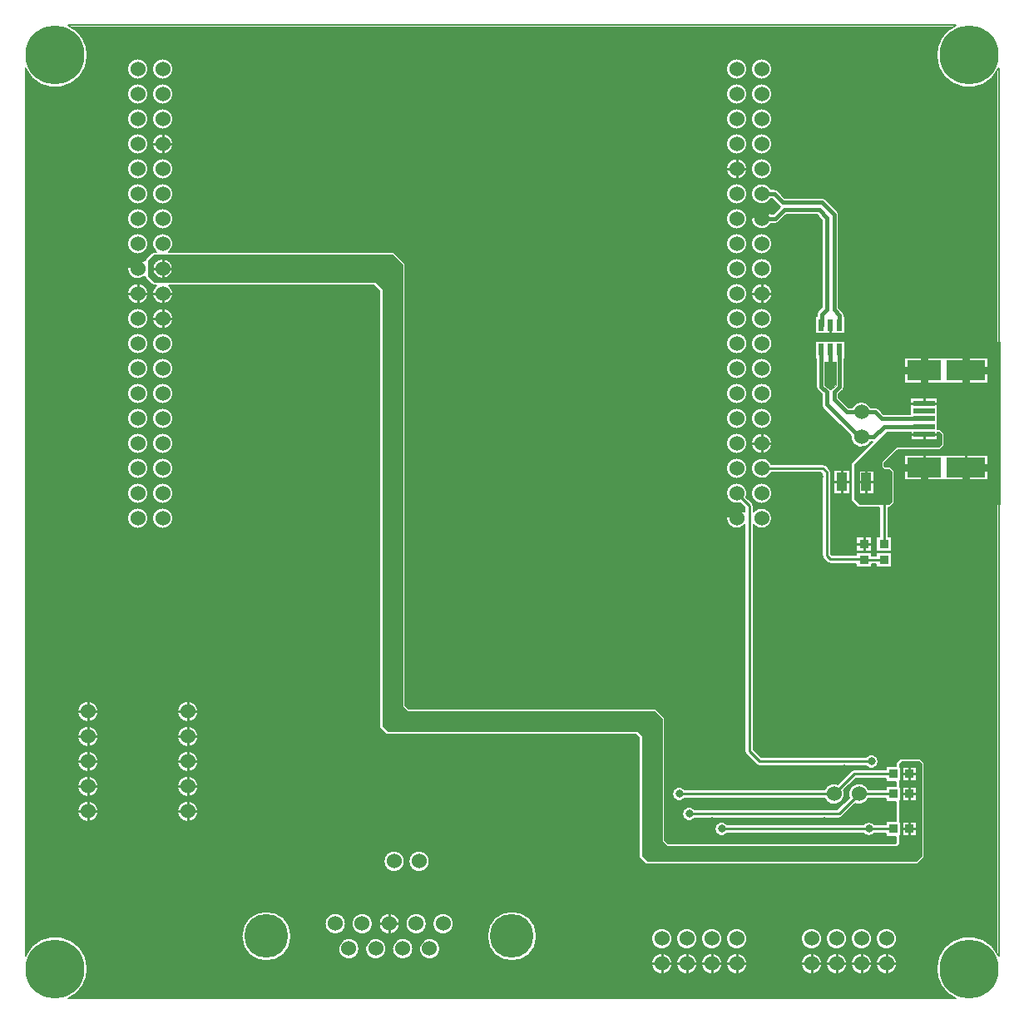
<source format=gtl>
G04 EasyPC Gerber Version 21.0.3 Build 4286 *
%FSLAX35Y35*%
%MOIN*%
%ADD79R,0.02362X0.04724*%
%ADD85R,0.03543X0.03740*%
%ADD83R,0.04134X0.07480*%
%ADD19C,0.00001*%
%ADD10C,0.00800*%
%ADD71C,0.01000*%
%ADD16C,0.01500*%
%ADD76C,0.03000*%
%ADD86C,0.03200*%
%ADD13C,0.06000*%
%ADD84C,0.17500*%
%ADD77C,0.23622*%
%ADD80R,0.08858X0.01969*%
%ADD78R,0.03740X0.03543*%
%ADD81R,0.13780X0.08071*%
%ADD82R,0.15748X0.08071*%
X0Y0D02*
D02*
D10*
X395400Y395627D02*
G75*
G02X370460Y400821I-11930J5194D01*
G01*
G75*
G02X378277Y412750I13011*
G01*
X22523*
G75*
G02X30340Y400821I-5194J-11930*
G01*
G75*
G02X5400Y395627I-13011*
G01*
Y39873*
G75*
G02X30340Y34679I11930J-5194*
G01*
G75*
G02X22523Y22750I-13011*
G01*
X378277*
G75*
G02X370460Y34679I5194J11930*
G01*
G75*
G02X395400Y39873I13011*
G01*
Y395627*
X50400Y219450D02*
G75*
G02X54600Y215250J-4200D01*
G01*
G75*
G02X50400Y211050I-4200*
G01*
G75*
G02X46200Y215250J4200*
G01*
G75*
G02X50400Y219450I4200*
G01*
Y229450D02*
G75*
G02X54600Y225250J-4200D01*
G01*
G75*
G02X50400Y221050I-4200*
G01*
G75*
G02X46200Y225250J4200*
G01*
G75*
G02X50400Y229450I4200*
G01*
Y239450D02*
G75*
G02X54600Y235250J-4200D01*
G01*
G75*
G02X50400Y231050I-4200*
G01*
G75*
G02X46200Y235250J4200*
G01*
G75*
G02X50400Y239450I4200*
G01*
Y249450D02*
G75*
G02X54600Y245250J-4200D01*
G01*
G75*
G02X50400Y241050I-4200*
G01*
G75*
G02X46200Y245250J4200*
G01*
G75*
G02X50400Y249450I4200*
G01*
Y259450D02*
G75*
G02X54600Y255250J-4200D01*
G01*
G75*
G02X50400Y251050I-4200*
G01*
G75*
G02X46200Y255250J4200*
G01*
G75*
G02X50400Y259450I4200*
G01*
Y269450D02*
G75*
G02X54600Y265250J-4200D01*
G01*
G75*
G02X50400Y261050I-4200*
G01*
G75*
G02X46200Y265250J4200*
G01*
G75*
G02X50400Y269450I4200*
G01*
Y279450D02*
G75*
G02X54600Y275250J-4200D01*
G01*
G75*
G02X50400Y271050I-4200*
G01*
G75*
G02X46200Y275250J4200*
G01*
G75*
G02X50400Y279450I4200*
G01*
Y289450D02*
G75*
G02X54600Y285250J-4200D01*
G01*
G75*
G02X50400Y281050I-4200*
G01*
G75*
G02X46200Y285250J4200*
G01*
G75*
G02X50400Y289450I4200*
G01*
Y299450D02*
G75*
G02X54600Y295250J-4200D01*
G01*
G75*
G02X50400Y291050I-4200*
G01*
G75*
G02X46200Y295250J4200*
G01*
G75*
G02X50400Y299450I4200*
G01*
Y309450D02*
G75*
G02X54600Y305250J-4200D01*
G01*
G75*
G02X50400Y301050I-4200*
G01*
G75*
G02X46200Y305250J4200*
G01*
G75*
G02X50400Y309450I4200*
G01*
X365248Y117600D02*
G75*
G02X365600Y116750I-848J-850D01*
G01*
Y79750*
G75*
G02X365248Y78900I-1200*
G01*
X363250Y76902*
G75*
G02X362400Y76550I-850J848*
G01*
X254400*
G75*
G02X253550Y76902J1200*
G01*
X251552Y78900*
G75*
G02X251200Y79750I848J850*
G01*
Y127253*
X249903Y128550*
X150400*
G75*
G02X149550Y128902J1200*
G01*
X147552Y130900*
G75*
G02X147200Y131750I848J850*
G01*
Y306253*
X144903Y308550*
X62998*
G75*
G02X60400Y301050I-2598J-3300*
G01*
G75*
G02X57802Y308550J4200*
G01*
X56900*
G75*
G02X56050Y308902J1200*
G01*
X53552Y311400*
G75*
G02X53207Y312125I848J849*
G01*
G75*
G02X46200Y315250I-2807J3125*
G01*
G75*
G02X53207Y318375I4200J0*
G01*
G75*
G02X53552Y319100I1193J-124*
G01*
X56050Y321598*
G75*
G02X56900Y321950I850J-848*
G01*
X57802*
G75*
G02X60400Y329450I2598J3300*
G01*
G75*
G02X62998Y321950J-4200*
G01*
X152400*
G75*
G02X153250Y321598J-1200*
G01*
X157248Y317600*
G75*
G02X157600Y316750I-848J-850*
G01*
Y140247*
X158897Y138950*
X257400*
G75*
G02X258250Y138598J-1200*
G01*
X261248Y135600*
G75*
G02X261600Y134750I-848J-850*
G01*
Y86247*
X262897Y84950*
X353903*
X354200Y85247*
Y87679*
X350278*
Y89050*
X345625*
G75*
G02X341175I-2225J1700*
G01*
X286625*
G75*
G02X281600Y90750I-2225J1700*
G01*
G75*
G02X286625Y92450I2800*
G01*
X341175*
G75*
G02X345625I2225J-1700*
G01*
X350278*
Y93821*
X354200*
Y101679*
X350278*
Y103050*
X343241*
G75*
G02X337886Y100832I-3841J1700*
G01*
X332602Y95548*
G75*
G02X331398Y95050I-1202J1202*
G01*
X273625*
G75*
G02X268600Y96750I-2225J1700*
G01*
G75*
G02X273625Y98450I2800*
G01*
X330696*
X335482Y103236*
G75*
G02X343241Y106450I3918J1514*
G01*
X350278*
Y107821*
X354200*
Y109679*
X350278*
Y111050*
X338104*
X333318Y106264*
G75*
G02X325559Y103050I-3918J-1514*
G01*
X269625*
G75*
G02X264600Y104750I-2225J1700*
G01*
G75*
G02X269625Y106450I2800*
G01*
X325559*
G75*
G02X330914Y108668I3841J-1700*
G01*
X336198Y113952*
G75*
G02X337402Y114450I1202J-1202*
G01*
X350278*
Y115821*
X354200*
Y116750*
G75*
G02X354552Y117600I1200*
G01*
X355550Y118598*
G75*
G02X356400Y118950I850J-848*
G01*
X363400*
G75*
G02X364250Y118598J-1200*
G01*
X365248Y117600*
X256200Y36750D02*
G75*
G02X264600I4200D01*
G01*
G75*
G02X256200I-4200*
G01*
Y46750D02*
G75*
G02X264600I4200D01*
G01*
G75*
G02X256200I-4200*
G01*
X266200Y36750D02*
G75*
G02X274600I4200D01*
G01*
G75*
G02X266200I-4200*
G01*
Y46750D02*
G75*
G02X274600I4200D01*
G01*
G75*
G02X266200I-4200*
G01*
X276200Y36750D02*
G75*
G02X284600I4200D01*
G01*
G75*
G02X276200I-4200*
G01*
Y46750D02*
G75*
G02X284600I4200D01*
G01*
G75*
G02X276200I-4200*
G01*
X286200Y36750D02*
G75*
G02X294600I4200D01*
G01*
G75*
G02X286200I-4200*
G01*
Y46750D02*
G75*
G02X294600I4200D01*
G01*
G75*
G02X286200I-4200*
G01*
X316200Y36750D02*
G75*
G02X324600I4200D01*
G01*
G75*
G02X316200I-4200*
G01*
Y46750D02*
G75*
G02X324600I4200D01*
G01*
G75*
G02X316200I-4200*
G01*
X326200Y36750D02*
G75*
G02X334600I4200D01*
G01*
G75*
G02X326200I-4200*
G01*
Y46750D02*
G75*
G02X334600I4200D01*
G01*
G75*
G02X326200I-4200*
G01*
X336200Y36750D02*
G75*
G02X344600I4200D01*
G01*
G75*
G02X336200I-4200*
G01*
Y46750D02*
G75*
G02X344600I4200D01*
G01*
G75*
G02X336200I-4200*
G01*
X346200Y36750D02*
G75*
G02X354600I4200D01*
G01*
G75*
G02X346200I-4200*
G01*
Y46750D02*
G75*
G02X354600I4200D01*
G01*
G75*
G02X346200I-4200*
G01*
X157787Y52750D02*
G75*
G02X166187I4200D01*
G01*
G75*
G02X157787I-4200*
G01*
X163187Y42750D02*
G75*
G02X171587I4200D01*
G01*
G75*
G02X163187I-4200*
G01*
X158956Y77750D02*
G75*
G02X167356I4200D01*
G01*
G75*
G02X158956I-4200*
G01*
X168587Y52750D02*
G75*
G02X176987I4200D01*
G01*
G75*
G02X168587I-4200*
G01*
X190437Y47750D02*
G75*
G02X210337I9950D01*
G01*
G75*
G02X190437I-9950*
G01*
X148956Y77750D02*
G75*
G02X157356I4200D01*
G01*
G75*
G02X148956I-4200*
G01*
X146987Y52750D02*
G75*
G02X155387I4200D01*
G01*
G75*
G02X146987I-4200*
G01*
X152387Y42750D02*
G75*
G02X160787I4200D01*
G01*
G75*
G02X152387I-4200*
G01*
X70400Y101950D02*
G75*
G02X74600Y97750J-4200D01*
G01*
G75*
G02X70400Y93550I-4200*
G01*
G75*
G02X66200Y97750J4200*
G01*
G75*
G02X70400Y101950I4200*
G01*
Y111950D02*
G75*
G02X74600Y107750J-4200D01*
G01*
G75*
G02X70400Y103550I-4200*
G01*
G75*
G02X66200Y107750J4200*
G01*
G75*
G02X70400Y111950I4200*
G01*
Y121950D02*
G75*
G02X74600Y117750J-4200D01*
G01*
G75*
G02X70400Y113550I-4200*
G01*
G75*
G02X66200Y117750J4200*
G01*
G75*
G02X70400Y121950I4200*
G01*
Y131950D02*
G75*
G02X74600Y127750J-4200D01*
G01*
G75*
G02X70400Y123550I-4200*
G01*
G75*
G02X66200Y127750J4200*
G01*
G75*
G02X70400Y131950I4200*
G01*
Y141950D02*
G75*
G02X74600Y137750J-4200D01*
G01*
G75*
G02X70400Y133550I-4200*
G01*
G75*
G02X66200Y137750J4200*
G01*
G75*
G02X70400Y141950I4200*
G01*
X92037Y47750D02*
G75*
G02X111937I9950D01*
G01*
G75*
G02X92037I-9950*
G01*
X125387Y52750D02*
G75*
G02X133787I4200D01*
G01*
G75*
G02X125387I-4200*
G01*
X130787Y42750D02*
G75*
G02X139187I4200D01*
G01*
G75*
G02X130787I-4200*
G01*
X136187Y52750D02*
G75*
G02X144587I4200D01*
G01*
G75*
G02X136187I-4200*
G01*
X141587Y42750D02*
G75*
G02X149987I4200D01*
G01*
G75*
G02X141587I-4200*
G01*
X60400Y219450D02*
G75*
G02X64600Y215250J-4200D01*
G01*
G75*
G02X60400Y211050I-4200*
G01*
G75*
G02X56200Y215250J4200*
G01*
G75*
G02X60400Y219450I4200*
G01*
Y229450D02*
G75*
G02X64600Y225250J-4200D01*
G01*
G75*
G02X60400Y221050I-4200*
G01*
G75*
G02X56200Y225250J4200*
G01*
G75*
G02X60400Y229450I4200*
G01*
Y239450D02*
G75*
G02X64600Y235250J-4200D01*
G01*
G75*
G02X60400Y231050I-4200*
G01*
G75*
G02X56200Y235250J4200*
G01*
G75*
G02X60400Y239450I4200*
G01*
Y249450D02*
G75*
G02X64600Y245250J-4200D01*
G01*
G75*
G02X60400Y241050I-4200*
G01*
G75*
G02X56200Y245250J4200*
G01*
G75*
G02X60400Y249450I4200*
G01*
Y259450D02*
G75*
G02X64600Y255250J-4200D01*
G01*
G75*
G02X60400Y251050I-4200*
G01*
G75*
G02X56200Y255250J4200*
G01*
G75*
G02X60400Y259450I4200*
G01*
Y269450D02*
G75*
G02X64600Y265250J-4200D01*
G01*
G75*
G02X60400Y261050I-4200*
G01*
G75*
G02X56200Y265250J4200*
G01*
G75*
G02X60400Y269450I4200*
G01*
Y279450D02*
G75*
G02X64600Y275250J-4200D01*
G01*
G75*
G02X60400Y271050I-4200*
G01*
G75*
G02X56200Y275250J4200*
G01*
G75*
G02X60400Y279450I4200*
G01*
Y289450D02*
G75*
G02X64600Y285250J-4200D01*
G01*
G75*
G02X60400Y281050I-4200*
G01*
G75*
G02X56200Y285250J4200*
G01*
G75*
G02X60400Y289450I4200*
G01*
Y299450D02*
G75*
G02X64600Y295250J-4200D01*
G01*
G75*
G02X60400Y291050I-4200*
G01*
G75*
G02X56200Y295250J4200*
G01*
G75*
G02X60400Y299450I4200*
G01*
X50400Y329450D02*
G75*
G02X54600Y325250J-4200D01*
G01*
G75*
G02X50400Y321050I-4200*
G01*
G75*
G02X46200Y325250J4200*
G01*
G75*
G02X50400Y329450I4200*
G01*
Y339450D02*
G75*
G02X54600Y335250J-4200D01*
G01*
G75*
G02X50400Y331050I-4200*
G01*
G75*
G02X46200Y335250J4200*
G01*
G75*
G02X50400Y339450I4200*
G01*
Y349450D02*
G75*
G02X54600Y345250J-4200D01*
G01*
G75*
G02X50400Y341050I-4200*
G01*
G75*
G02X46200Y345250J4200*
G01*
G75*
G02X50400Y349450I4200*
G01*
Y359450D02*
G75*
G02X54600Y355250J-4200D01*
G01*
G75*
G02X50400Y351050I-4200*
G01*
G75*
G02X46200Y355250J4200*
G01*
G75*
G02X50400Y359450I4200*
G01*
Y369450D02*
G75*
G02X54600Y365250J-4200D01*
G01*
G75*
G02X50400Y361050I-4200*
G01*
G75*
G02X46200Y365250J4200*
G01*
G75*
G02X50400Y369450I4200*
G01*
Y379450D02*
G75*
G02X54600Y375250J-4200D01*
G01*
G75*
G02X50400Y371050I-4200*
G01*
G75*
G02X46200Y375250J4200*
G01*
G75*
G02X50400Y379450I4200*
G01*
Y389450D02*
G75*
G02X54600Y385250J-4200D01*
G01*
G75*
G02X50400Y381050I-4200*
G01*
G75*
G02X46200Y385250J4200*
G01*
G75*
G02X50400Y389450I4200*
G01*
Y399450D02*
G75*
G02X54600Y395250J-4200D01*
G01*
G75*
G02X50400Y391050I-4200*
G01*
G75*
G02X46200Y395250J4200*
G01*
G75*
G02X50400Y399450I4200*
G01*
X60400Y339450D02*
G75*
G02X64600Y335250J-4200D01*
G01*
G75*
G02X60400Y331050I-4200*
G01*
G75*
G02X56200Y335250J4200*
G01*
G75*
G02X60400Y339450I4200*
G01*
Y349450D02*
G75*
G02X64600Y345250J-4200D01*
G01*
G75*
G02X60400Y341050I-4200*
G01*
G75*
G02X56200Y345250J4200*
G01*
G75*
G02X60400Y349450I4200*
G01*
Y359450D02*
G75*
G02X64600Y355250J-4200D01*
G01*
G75*
G02X60400Y351050I-4200*
G01*
G75*
G02X56200Y355250J4200*
G01*
G75*
G02X60400Y359450I4200*
G01*
Y369450D02*
G75*
G02X64600Y365250J-4200D01*
G01*
G75*
G02X60400Y361050I-4200*
G01*
G75*
G02X56200Y365250J4200*
G01*
G75*
G02X60400Y369450I4200*
G01*
Y379450D02*
G75*
G02X64600Y375250J-4200D01*
G01*
G75*
G02X60400Y371050I-4200*
G01*
G75*
G02X56200Y375250J4200*
G01*
G75*
G02X60400Y379450I4200*
G01*
Y389450D02*
G75*
G02X64600Y385250J-4200D01*
G01*
G75*
G02X60400Y381050I-4200*
G01*
G75*
G02X56200Y385250J4200*
G01*
G75*
G02X60400Y389450I4200*
G01*
Y399450D02*
G75*
G02X64600Y395250J-4200D01*
G01*
G75*
G02X60400Y391050I-4200*
G01*
G75*
G02X56200Y395250J4200*
G01*
G75*
G02X60400Y399450I4200*
G01*
X342175Y119450D02*
G75*
G02X347200Y117750I2225J-1700D01*
G01*
G75*
G02X342175Y116050I-2800*
G01*
X299402*
G75*
G02X298198Y116548I-2J1700*
G01*
X294198Y120548*
G75*
G02X293700Y121750I1202J1202*
G01*
Y212652*
G75*
G02X286200Y215250I-3300J2598*
G01*
G75*
G02X293700Y217848I4200*
G01*
Y219546*
X291914Y221332*
G75*
G02X286200Y225250I-1514J3918*
G01*
G75*
G02X290400Y229450I4200*
G01*
G75*
G02X294318Y223736I0J-4200*
G01*
X296602Y221452*
G75*
G02X297100Y220250I-1202J-1202*
G01*
Y217848*
G75*
G02X304600Y215250I3300J-2598*
G01*
G75*
G02X297100Y212652I-4200*
G01*
Y122454*
X300104Y119450*
X342175*
X290400Y239450D02*
G75*
G02X294600Y235250J-4200D01*
G01*
G75*
G02X290400Y231050I-4200*
G01*
G75*
G02X286200Y235250J4200*
G01*
G75*
G02X290400Y239450I4200*
G01*
Y249450D02*
G75*
G02X294600Y245250J-4200D01*
G01*
G75*
G02X290400Y241050I-4200*
G01*
G75*
G02X286200Y245250J4200*
G01*
G75*
G02X290400Y249450I4200*
G01*
Y259450D02*
G75*
G02X294600Y255250J-4200D01*
G01*
G75*
G02X290400Y251050I-4200*
G01*
G75*
G02X286200Y255250J4200*
G01*
G75*
G02X290400Y259450I4200*
G01*
Y269450D02*
G75*
G02X294600Y265250J-4200D01*
G01*
G75*
G02X290400Y261050I-4200*
G01*
G75*
G02X286200Y265250J4200*
G01*
G75*
G02X290400Y269450I4200*
G01*
Y279450D02*
G75*
G02X294600Y275250J-4200D01*
G01*
G75*
G02X290400Y271050I-4200*
G01*
G75*
G02X286200Y275250J4200*
G01*
G75*
G02X290400Y279450I4200*
G01*
Y289450D02*
G75*
G02Y281050J-4200D01*
G01*
G75*
G02X286200Y285250J4200*
G01*
G75*
G02X290400Y289450I4200*
G01*
Y299450D02*
G75*
G02X294600Y295250J-4200D01*
G01*
G75*
G02X290400Y291050I-4200*
G01*
G75*
G02X286200Y295250J4200*
G01*
G75*
G02X290400Y299450I4200*
G01*
Y309450D02*
G75*
G02X294600Y305250J-4200D01*
G01*
G75*
G02X290400Y301050I-4200*
G01*
G75*
G02X286200Y305250J4200*
G01*
G75*
G02X290400Y309450I4200*
G01*
Y319450D02*
G75*
G02X294600Y315250J-4200D01*
G01*
G75*
G02X290400Y311050I-4200*
G01*
G75*
G02X286200Y315250J4200*
G01*
G75*
G02X290400Y319450I4200*
G01*
Y329450D02*
G75*
G02X294600Y325250J-4200D01*
G01*
G75*
G02X290400Y321050I-4200*
G01*
G75*
G02X286200Y325250J4200*
G01*
G75*
G02X290400Y329450I4200*
G01*
Y339450D02*
G75*
G02X294600Y335250J-4200D01*
G01*
G75*
G02X290400Y331050I-4200*
G01*
G75*
G02X286200Y335250J4200*
G01*
G75*
G02X290400Y339450I4200*
G01*
Y349450D02*
G75*
G02X294600Y345250J-4200D01*
G01*
G75*
G02X290400Y341050I-4200*
G01*
G75*
G02X286200Y345250J4200*
G01*
G75*
G02X290400Y349450I4200*
G01*
Y359450D02*
G75*
G02X294600Y355250J-4200D01*
G01*
G75*
G02X290400Y351050I-4200*
G01*
G75*
G02X286200Y355250J4200*
G01*
G75*
G02X290400Y359450I4200*
G01*
Y369450D02*
G75*
G02X294600Y365250J-4200D01*
G01*
G75*
G02X290400Y361050I-4200*
G01*
G75*
G02X286200Y365250J4200*
G01*
G75*
G02X290400Y369450I4200*
G01*
Y379450D02*
G75*
G02X294600Y375250J-4200D01*
G01*
G75*
G02X290400Y371050I-4200*
G01*
G75*
G02X286200Y375250J4200*
G01*
G75*
G02X290400Y379450I4200*
G01*
Y389450D02*
G75*
G02X294600Y385250J-4200D01*
G01*
G75*
G02X290400Y381050I-4200*
G01*
G75*
G02X286200Y385250J4200*
G01*
G75*
G02X290400Y389450I4200*
G01*
Y399450D02*
G75*
G02X294600Y395250J-4200D01*
G01*
G75*
G02X290400Y391050I-4200*
G01*
G75*
G02X286200Y395250J4200*
G01*
G75*
G02X290400Y399450I4200*
G01*
X300400Y229450D02*
G75*
G02X304600Y225250J-4200D01*
G01*
G75*
G02X300400Y221050I-4200*
G01*
G75*
G02X296200Y225250J4200*
G01*
G75*
G02X300400Y229450I4200*
G01*
X346329Y201573D02*
X352471D01*
Y195628*
X346329*
Y196900*
X344471*
Y195628*
X338329*
Y197050*
X327902*
G75*
G02X326698Y197548I-2J1700*
G01*
X325198Y199048*
G75*
G02X324700Y200250I1202J1202*
G01*
Y233046*
X324196Y233550*
X304241*
G75*
G02X296200Y235250I-3841J1700*
G01*
G75*
G02X304241Y236950I4200*
G01*
X324898*
G75*
G02X326102Y236452I2J-1700*
G01*
X327602Y234952*
G75*
G02X328100Y233750I-1202J-1202*
G01*
Y200954*
X328604Y200450*
X338329*
Y201573*
X344471*
Y200300*
X346329*
Y201573*
X300400Y249450D02*
G75*
G02X304600Y245250J-4200D01*
G01*
G75*
G02X300400Y241050I-4200*
G01*
G75*
G02X296200Y245250J4200*
G01*
G75*
G02X300400Y249450I4200*
G01*
Y259450D02*
G75*
G02X304600Y255250J-4200D01*
G01*
G75*
G02X300400Y251050I-4200*
G01*
G75*
G02X296200Y255250J4200*
G01*
G75*
G02X300400Y259450I4200*
G01*
Y269450D02*
G75*
G02Y261050J-4200D01*
G01*
G75*
G02X296200Y265250J4200*
G01*
G75*
G02X300400Y269450I4200*
G01*
Y279450D02*
G75*
G02X304600Y275250J-4200D01*
G01*
G75*
G02X300400Y271050I-4200*
G01*
G75*
G02X296200Y275250J4200*
G01*
G75*
G02X300400Y279450I4200*
G01*
Y289450D02*
G75*
G02Y281050J-4200D01*
G01*
G75*
G02X296200Y285250J4200*
G01*
G75*
G02X300400Y289450I4200*
G01*
Y299450D02*
G75*
G02X304600Y295250J-4200D01*
G01*
G75*
G02X300400Y291050I-4200*
G01*
G75*
G02X296200Y295250J4200*
G01*
G75*
G02X300400Y299450I4200*
G01*
Y309450D02*
G75*
G02Y301050J-4200D01*
G01*
G75*
G02X296200Y305250J4200*
G01*
G75*
G02X300400Y309450I4200*
G01*
Y319450D02*
G75*
G02Y311050J-4200D01*
G01*
G75*
G02X296200Y315250J4200*
G01*
G75*
G02X300400Y319450I4200*
G01*
Y329450D02*
G75*
G02X304600Y325250J-4200D01*
G01*
G75*
G02X300400Y321050I-4200*
G01*
G75*
G02X296200Y325250J4200*
G01*
G75*
G02X300400Y329450I4200*
G01*
X333590Y296234D02*
X334022D01*
Y289108*
X321778*
Y296234*
X322450*
Y296750*
G75*
G02X323021Y298129I1950J0*
G01*
X324690Y299798*
Y334702*
X322592Y336800*
X310208*
X307279Y333871*
G75*
G02X305900Y333300I-1379J1379*
G01*
X304120*
G75*
G02X296200Y335250I-3720J1950*
G01*
G75*
G02X304120Y337200I4200*
G01*
X305092*
X307943Y340051*
G75*
G02X307521Y340371I957J1699*
G01*
X304592Y343300*
X304120*
G75*
G02X296200Y345250I-3720J1950*
G01*
G75*
G02X304120Y347200I4200*
G01*
X305400*
G75*
G02X306779Y346629I0J-1950*
G01*
X309708Y343700*
X324400*
G75*
G02X325779Y343129I0J-1950*
G01*
X330779Y338129*
G75*
G02X331350Y336750I-1379J-1379*
G01*
Y299558*
X333019Y297889*
G75*
G02X333590Y296510I-1379J-1379*
G01*
Y296234*
X373248Y249600D02*
G75*
G02X373600Y248750I-848J-850D01*
G01*
Y244750*
G75*
G02X373248Y243900I-1200*
G01*
X372250Y242902*
G75*
G02X371400Y242550I-850J848*
G01*
X354897*
X349600Y237253*
Y236247*
X349897Y235950*
X351400*
G75*
G02X352250Y235598J-1200*
G01*
X353248Y234600*
G75*
G02X353600Y233750I-848J-850*
G01*
Y221750*
G75*
G02X353248Y220900I-1200*
G01*
X352250Y219902*
G75*
G02X351400Y219550I-850J848*
G01*
X351100*
Y207872*
X352471*
Y201927*
X346329*
Y207872*
X347700*
Y219550*
X339400*
G75*
G02X338550Y219902J1200*
G01*
X336552Y221900*
G75*
G02X336200Y222750I848J850*
G01*
Y236750*
G75*
G02X336552Y237600I1200*
G01*
X344753Y245800*
X344120*
G75*
G02X336200Y247750I-3720J1950*
G01*
G75*
G02X336221Y248171I4202J-1*
G01*
X325021Y259371*
G75*
G02X324450Y260750I1379J1379*
G01*
Y264942*
X322781Y266611*
G75*
G02X322210Y267990I1379J1379*
G01*
Y279266*
X321778*
Y286392*
X334022*
Y279266*
X333590*
Y267990*
G75*
G02X333019Y266611I-1950J0*
G01*
X331350Y264942*
Y263558*
X335208Y259700*
X336680*
G75*
G02X344120I3720J-1950*
G01*
X345742*
G75*
G02X347121Y259129I0J-1950*
G01*
X349208Y257043*
X359790*
Y263577*
X371050*
Y250950*
X371400*
G75*
G02X372250Y250598J-1200*
G01*
X373248Y249600*
X357329Y240939D02*
X391227D01*
Y230467*
X357329*
Y240939*
X338329Y207872D02*
X344471D01*
Y201927*
X338329*
Y207872*
X329211Y234691D02*
X335746D01*
Y224809*
X329211*
Y234691*
X300400Y359450D02*
G75*
G02X304600Y355250J-4200D01*
G01*
G75*
G02X300400Y351050I-4200*
G01*
G75*
G02X296200Y355250J4200*
G01*
G75*
G02X300400Y359450I4200*
G01*
Y369450D02*
G75*
G02X304600Y365250J-4200D01*
G01*
G75*
G02X300400Y361050I-4200*
G01*
G75*
G02X296200Y365250J4200*
G01*
G75*
G02X300400Y369450I4200*
G01*
Y379450D02*
G75*
G02X304600Y375250J-4200D01*
G01*
G75*
G02X300400Y371050I-4200*
G01*
G75*
G02X296200Y375250J4200*
G01*
G75*
G02X300400Y379450I4200*
G01*
Y389450D02*
G75*
G02X304600Y385250J-4200D01*
G01*
G75*
G02X300400Y381050I-4200*
G01*
G75*
G02X296200Y385250J4200*
G01*
G75*
G02X300400Y389450I4200*
G01*
Y399450D02*
G75*
G02X304600Y395250J-4200D01*
G01*
G75*
G02X300400Y391050I-4200*
G01*
G75*
G02X296200Y395250J4200*
G01*
G75*
G02X300400Y399450I4200*
G01*
X357329Y279719D02*
X391227D01*
Y269246*
X357329*
Y279719*
X30400Y101950D02*
G75*
G02X34600Y97750J-4200D01*
G01*
G75*
G02X30400Y93550I-4200*
G01*
G75*
G02X26200Y97750J4200*
G01*
G75*
G02X30400Y101950I4200*
G01*
Y111950D02*
G75*
G02X34600Y107750J-4200D01*
G01*
G75*
G02X30400Y103550I-4200*
G01*
G75*
G02X26200Y107750J4200*
G01*
G75*
G02X30400Y111950I4200*
G01*
Y121950D02*
G75*
G02X34600Y117750J-4200D01*
G01*
G75*
G02X30400Y113550I-4200*
G01*
G75*
G02X26200Y117750J4200*
G01*
G75*
G02X30400Y121950I4200*
G01*
Y131950D02*
G75*
G02X34600Y127750J-4200D01*
G01*
G75*
G02X30400Y123550I-4200*
G01*
G75*
G02X26200Y127750J4200*
G01*
G75*
G02X30400Y131950I4200*
G01*
Y141950D02*
G75*
G02X34600Y137750J-4200D01*
G01*
G75*
G02X30400Y133550I-4200*
G01*
G75*
G02X26200Y137750J4200*
G01*
G75*
G02X30400Y141950I4200*
G01*
X370626Y36750D02*
G36*
X354600D01*
G75*
G02X346200I-4200*
G01*
X344600*
G75*
G02X336200I-4200*
G01*
X334600*
G75*
G02X326200I-4200*
G01*
X324600*
G75*
G02X316200I-4200*
G01*
X294600*
G75*
G02X286200I-4200*
G01*
X284600*
G75*
G02X276200I-4200*
G01*
X274600*
G75*
G02X266200I-4200*
G01*
X264600*
G75*
G02X256200I-4200*
G01*
X30174*
G75*
G02X30340Y34679I-12846J-2070*
G01*
G75*
G02X23359Y23150I-13011*
G01*
X377441*
G75*
G02X370460Y34679I6030J11529*
G01*
Y34679*
G75*
G02X370626Y36750I13011J1*
G01*
G37*
X7124Y42750D02*
G36*
X5800D01*
Y40709*
G75*
G02X7124Y42750I11530J-6030*
G01*
G37*
X370626Y36750D02*
G36*
G75*
G02X373265Y42750I12845J-2071D01*
G01*
X351681*
G75*
G02X349119I-1281J4000*
G01*
X341681*
G75*
G02X339119I-1281J4000*
G01*
X331681*
G75*
G02X329119I-1281J4000*
G01*
X321681*
G75*
G02X319119I-1281J4000*
G01*
X291681*
G75*
G02X289119I-1281J4000*
G01*
X281681*
G75*
G02X279119I-1281J4000*
G01*
X271681*
G75*
G02X269119I-1281J4000*
G01*
X261681*
G75*
G02X259119I-1281J4000*
G01*
X208990*
G75*
G02X191785I-8602J5000*
G01*
X171587*
G75*
G02X163187I-4200*
G01*
X160787*
G75*
G02X152387I-4200*
G01*
X149987*
G75*
G02X141587I-4200*
G01*
X139187*
G75*
G02X130787I-4200*
G01*
X110590*
G75*
G02X93385I-8602J5000*
G01*
X27534*
G75*
G02X30174Y36750I-10206J-8072*
G01*
X256200*
G75*
G02X264600I4200*
G01*
X266200*
G75*
G02X274600I4200*
G01*
X276200*
G75*
G02X284600I4200*
G01*
X286200*
G75*
G02X294600I4200*
G01*
X316200*
G75*
G02X324600I4200*
G01*
X326200*
G75*
G02X334600I4200*
G01*
X336200*
G75*
G02X344600I4200*
G01*
X346200*
G75*
G02X354600I4200*
G01*
X370626*
G37*
X395000Y40709D02*
G36*
Y42750D01*
X393676*
G75*
G02X395000Y40709I-10206J-8070*
G01*
G37*
X92088Y46750D02*
G36*
X22185D01*
G75*
G02X27534Y42750I-4856J-12071*
G01*
X93385*
G75*
G02X92088Y46750I8602J5000*
G01*
G37*
X7124Y42750D02*
G36*
G75*
G02X12473Y46750I10206J-8072D01*
G01*
X5800*
Y42750*
X7124*
G37*
X130787D02*
G36*
G75*
G02X133707Y46750I4200D01*
G01*
X111887*
G75*
G02X110590Y42750I-9900J1000*
G01*
X130787*
G37*
X141587D02*
G36*
G75*
G02X144507Y46750I4200D01*
G01*
X136268*
G75*
G02X139187Y42750I-1281J-4000*
G01*
X141587*
G37*
X152387D02*
G36*
G75*
G02X155307Y46750I4200D01*
G01*
X147068*
G75*
G02X149987Y42750I-1281J-4000*
G01*
X152387*
G37*
X163187D02*
G36*
G75*
G02X166107Y46750I4200D01*
G01*
X157868*
G75*
G02X160787Y42750I-1281J-4000*
G01*
X163187*
G37*
X190488Y46750D02*
G36*
X168668D01*
G75*
G02X171587Y42750I-1281J-4000*
G01*
X191785*
G75*
G02X190488Y46750I8602J5000*
G01*
G37*
X256200D02*
G36*
X210287D01*
G75*
G02X208990Y42750I-9900J1000*
G01*
X259119*
G75*
G02X256200Y46750I1281J4000*
G01*
G37*
X266200D02*
G36*
X264600D01*
G75*
G02X261681Y42750I-4200*
G01*
X269119*
G75*
G02X266200Y46750I1281J4000*
G01*
G37*
X276200D02*
G36*
X274600D01*
G75*
G02X271681Y42750I-4200*
G01*
X279119*
G75*
G02X276200Y46750I1281J4000*
G01*
G37*
X286200D02*
G36*
X284600D01*
G75*
G02X281681Y42750I-4200*
G01*
X289119*
G75*
G02X286200Y46750I1281J4000*
G01*
G37*
X316200D02*
G36*
X294600D01*
G75*
G02X291681Y42750I-4200*
G01*
X319119*
G75*
G02X316200Y46750I1281J4000*
G01*
G37*
X326200D02*
G36*
X324600D01*
G75*
G02X321681Y42750I-4200*
G01*
X329119*
G75*
G02X326200Y46750I1281J4000*
G01*
G37*
X336200D02*
G36*
X334600D01*
G75*
G02X331681Y42750I-4200*
G01*
X339119*
G75*
G02X336200Y46750I1281J4000*
G01*
G37*
X346200D02*
G36*
X344600D01*
G75*
G02X341681Y42750I-4200*
G01*
X349119*
G75*
G02X346200Y46750I1281J4000*
G01*
G37*
X373265Y42750D02*
G36*
G75*
G02X378615Y46750I10206J-8071D01*
G01*
X354600*
G75*
G02X351681Y42750I-4200*
G01*
X373265*
G37*
X393676D02*
G36*
X395000D01*
Y46750*
X388327*
G75*
G02X393676Y42750I-4856J-12071*
G01*
G37*
X92088Y46750D02*
G36*
G75*
G02X92037Y47750I9900J1000D01*
G01*
G75*
G02X93385Y52750I9950J0*
G01*
X5800*
Y46750*
X12473*
G75*
G02X22185I4856J-12071*
G01*
X92088*
G37*
X190488D02*
G36*
G75*
G02X190437Y47750I9900J1000D01*
G01*
G75*
G02X191785Y52750I9950J0*
G01*
X176987*
G75*
G02X168587I-4200*
G01*
X166187*
G75*
G02X157787I-4200*
G01*
X155387*
G75*
G02X146987I-4200*
G01*
X144587*
G75*
G02X136187I-4200*
G01*
X133787*
G75*
G02X125387I-4200*
G01*
X110590*
G75*
G02X111937Y47750I-8602J-5000*
G01*
G75*
G02X111887Y46750I-9950*
G01*
X133707*
G75*
G02X136268I1281J-4000*
G01*
X144507*
G75*
G02X147068I1281J-4000*
G01*
X155307*
G75*
G02X157868I1281J-4000*
G01*
X166107*
G75*
G02X168668I1281J-4000*
G01*
X190488*
G37*
X388327D02*
G36*
X395000D01*
Y52750*
X208990*
G75*
G02X210337Y47750I-8602J-5000*
G01*
G75*
G02X210287Y46750I-9950*
G01*
X256200*
G75*
G02X264600I4200*
G01*
X266200*
G75*
G02X274600I4200*
G01*
X276200*
G75*
G02X284600I4200*
G01*
X286200*
G75*
G02X294600I4200*
G01*
X316200*
G75*
G02X324600I4200*
G01*
X326200*
G75*
G02X334600I4200*
G01*
X336200*
G75*
G02X344600I4200*
G01*
X346200*
G75*
G02X354600I4200*
G01*
X378615*
G75*
G02X388327I4856J-12071*
G01*
G37*
X364097Y77750D02*
G36*
X363250Y76902D01*
G75*
G02X362400Y76550I-850J850*
G01*
X254400*
G75*
G02X253550Y76902I1J1202*
G01*
X252703Y77750*
X167356*
G75*
G02X158956I-4200*
G01*
X157356*
G75*
G02X148956I-4200*
G01*
X5800*
Y52750*
X93385*
G75*
G02X110590I8602J-5000*
G01*
X125387*
G75*
G02X133787I4200*
G01*
X136187*
G75*
G02X144587I4200*
G01*
X146987*
G75*
G02X155387I4200*
G01*
X157787*
G75*
G02X166187I4200*
G01*
X168587*
G75*
G02X176987I4200*
G01*
X191785*
G75*
G02X208990I8602J-5000*
G01*
X395000*
Y77750*
X364097*
G37*
X252703D02*
G36*
X251552Y78900D01*
G75*
G02X251200Y79750I850J850*
G01*
Y97750*
X74600*
G75*
G02X70400Y93550I-4200*
G01*
G75*
G02X66200Y97750J4200*
G01*
X34600*
G75*
G02X30400Y93550I-4200*
G01*
G75*
G02X26200Y97750J4200*
G01*
X5800*
Y77750*
X148956*
G75*
G02X157356I4200*
G01*
X158956*
G75*
G02X167356I4200*
G01*
X252703*
G37*
X354200Y97750D02*
G36*
X334804D01*
X332602Y95548*
G75*
G02X331398Y95050I-1202J1202*
G01*
X273625*
G75*
G02X268600Y96750I-2225J1700*
G01*
G75*
G02X268785Y97750I2800*
G01*
X261600*
Y86247*
X262897Y84950*
X353903*
X354200Y85247*
Y87679*
X350278*
Y89050*
X345625*
G75*
G02X341175I-2225J1700*
G01*
X286625*
G75*
G02X281600Y90750I-2225J1700*
G01*
G75*
G02X286625Y92450I2800*
G01*
X341175*
G75*
G02X345625I2225J-1700*
G01*
X350278*
Y93821*
X354200*
Y97750*
G37*
X365600D02*
G36*
Y79750D01*
G75*
G02X365248Y78900I-1202J1*
G01*
X364097Y77750*
X395000*
Y97750*
X365600*
G37*
X251200Y107750D02*
G36*
X74600D01*
G75*
G02X70400Y103550I-4200*
G01*
G75*
G02X66200Y107750J4200*
G01*
X34600*
G75*
G02X30400Y103550I-4200*
G01*
G75*
G02X26200Y107750J4200*
G01*
X5800*
Y97750*
X26200*
G75*
G02X30400Y101950I4200*
G01*
G75*
G02X34600Y97750J-4200*
G01*
X66200*
G75*
G02X70400Y101950I4200*
G01*
G75*
G02X74600Y97750J-4200*
G01*
X251200*
Y107750*
G37*
X354200Y97750D02*
G36*
Y101679D01*
X350278*
Y103050*
X343241*
G75*
G02X337886Y100832I-3841J1700*
G01*
X334804Y97750*
X354200*
G37*
X336461Y107750D02*
G36*
X334804D01*
X333318Y106264*
G75*
G02X333600Y104750I-3918J-1514*
G01*
G75*
G02X325559Y103050I-4200*
G01*
X269625*
G75*
G02X264600Y104750I-2225J1700*
G01*
G75*
G02X269625Y106450I2800*
G01*
X325559*
G75*
G02X326461Y107750I3841J-1700*
G01*
X261600*
Y97750*
X268785*
G75*
G02X273625Y98450I2615J-1000*
G01*
X330696*
X335482Y103236*
G75*
G02X335200Y104750I3918J1514*
G01*
G75*
G02X336461Y107750I4200*
G01*
G37*
X350278D02*
G36*
X342339D01*
G75*
G02X343241Y106450I-2939J-3000*
G01*
X350278*
Y107750*
G37*
X365600D02*
G36*
Y97750D01*
X395000*
Y107750*
X365600*
G37*
X251200Y117750D02*
G36*
X74600D01*
G75*
G02X70400Y113550I-4200*
G01*
G75*
G02X66200Y117750J4200*
G01*
X34600*
G75*
G02X30400Y113550I-4200*
G01*
G75*
G02X26200Y117750J4200*
G01*
X5800*
Y107750*
X26200*
G75*
G02X30400Y111950I4200*
G01*
G75*
G02X34600Y107750J-4200*
G01*
X66200*
G75*
G02X70400Y111950I4200*
G01*
G75*
G02X74600Y107750J-4200*
G01*
X251200*
Y117750*
G37*
X354703D02*
G36*
X347200D01*
G75*
G02X342175Y116050I-2800*
G01*
X299402*
G75*
G02X298198Y116548I-2J1700*
G01*
X296996Y117750*
X261600*
Y107750*
X326461*
G75*
G02X330914Y108668I2939J-3000*
G01*
X336198Y113952*
G75*
G02X337402Y114450I1202J-1202*
G01*
X350278*
Y115821*
X354200*
Y116750*
G75*
G02X354552Y117600I1202J-1*
G01*
X354703Y117750*
G37*
X350278Y107750D02*
G36*
Y107821D01*
X354200*
Y109679*
X350278*
Y111050*
X338104*
X334804Y107750*
X336461*
G75*
G02X342339I2939J-3000*
G01*
X350278*
G37*
X365600D02*
G36*
X395000D01*
Y117750*
X365097*
X365248Y117600*
G75*
G02X365600Y116750I-850J-850*
G01*
Y107750*
G37*
X250703Y127750D02*
G36*
X74600D01*
G75*
G02X70400Y123550I-4200*
G01*
G75*
G02X66200Y127750J4200*
G01*
X34600*
G75*
G02X30400Y123550I-4200*
G01*
G75*
G02X26200Y127750J4200*
G01*
X5800*
Y117750*
X26200*
G75*
G02X30400Y121950I4200*
G01*
G75*
G02X34600Y117750J-4200*
G01*
X66200*
G75*
G02X70400Y121950I4200*
G01*
G75*
G02X74600Y117750J-4200*
G01*
X251200*
Y127253*
X250703Y127750*
G37*
X365097Y117750D02*
G36*
X395000D01*
Y127750*
X297100*
Y122454*
X300104Y119450*
X342175*
G75*
G02X347200Y117750I2225J-1700*
G01*
X354703*
X355550Y118598*
G75*
G02X356400Y118950I850J-850*
G01*
X363400*
G75*
G02X364250Y118598I-1J-1202*
G01*
X365097Y117750*
G37*
X296996D02*
G36*
X294198Y120548D01*
G75*
G02X293700Y121750I1203J1203*
G01*
Y127750*
X261600*
Y117750*
X296996*
G37*
X250703Y127750D02*
G36*
X249903Y128550D01*
X150400*
G75*
G02X149550Y128902I1J1202*
G01*
X147552Y130900*
G75*
G02X147200Y131750I850J850*
G01*
Y137750*
X74600*
G75*
G02X70400Y133550I-4200*
G01*
G75*
G02X66200Y137750J4200*
G01*
X34600*
G75*
G02X30400Y133550I-4200*
G01*
G75*
G02X26200Y137750J4200*
G01*
X5800*
Y127750*
X26200*
G75*
G02X30400Y131950I4200*
G01*
G75*
G02X34600Y127750J-4200*
G01*
X66200*
G75*
G02X70400Y131950I4200*
G01*
G75*
G02X74600Y127750J-4200*
G01*
X250703*
G37*
X293700Y137750D02*
G36*
X259097D01*
X261248Y135600*
G75*
G02X261600Y134750I-850J-850*
G01*
Y127750*
X293700*
Y137750*
G37*
X297100D02*
G36*
Y127750D01*
X395000*
Y137750*
X297100*
G37*
X147200D02*
G36*
Y204900D01*
X5800*
Y137750*
X26200*
G75*
G02X30400Y141950I4200*
G01*
G75*
G02X34600Y137750J-4200*
G01*
X66200*
G75*
G02X70400Y141950I4200*
G01*
G75*
G02X74600Y137750J-4200*
G01*
X147200*
G37*
X293700Y204900D02*
G36*
X157600D01*
Y140247*
X158897Y138950*
X257400*
G75*
G02X258250Y138598I-1J-1202*
G01*
X259097Y137750*
X293700*
Y204900*
G37*
X352471D02*
G36*
Y201927D01*
X346329*
Y204900*
X344471*
Y201927*
X338329*
Y204900*
X328100*
Y200954*
X328604Y200450*
X338329*
Y201573*
X344471*
Y200300*
X346329*
Y201573*
X352471*
Y195628*
X346329*
Y196900*
X344471*
Y195628*
X338329*
Y197050*
X327902*
G75*
G02X326698Y197548I-2J1700*
G01*
X325198Y199048*
G75*
G02X324700Y200250I1203J1203*
G01*
Y204900*
X297100*
Y137750*
X395000*
Y204900*
X352471*
G37*
X147200Y215250D02*
G36*
X64600D01*
G75*
G02X60400Y211050I-4200*
G01*
G75*
G02X56200Y215250J4200*
G01*
X54600*
G75*
G02X50400Y211050I-4200*
G01*
G75*
G02X46200Y215250J4200*
G01*
X5800*
Y204900*
X147200*
Y215250*
G37*
X286200D02*
G36*
X157600D01*
Y204900*
X293700*
Y212652*
G75*
G02X286200Y215250I-3300J2598*
G01*
G37*
X324700D02*
G36*
X304600D01*
G75*
G02X297100Y212652I-4200*
G01*
Y204900*
X324700*
Y215250*
G37*
X346329Y204900D02*
G36*
Y207872D01*
X347700*
Y215250*
X328100*
Y204900*
X338329*
Y207872*
X344471*
Y204900*
X346329*
G37*
X352471D02*
G36*
X395000D01*
Y215250*
X351100*
Y207872*
X352471*
Y204900*
G37*
X147200Y225250D02*
G36*
X64600D01*
G75*
G02X60400Y221050I-4200*
G01*
G75*
G02X56200Y225250J4200*
G01*
X54600*
G75*
G02X50400Y221050I-4200*
G01*
G75*
G02X46200Y225250J4200*
G01*
X5800*
Y215250*
X46200*
G75*
G02X50400Y219450I4200*
G01*
G75*
G02X54600Y215250J-4200*
G01*
X56200*
G75*
G02X60400Y219450I4200*
G01*
G75*
G02X64600Y215250J-4200*
G01*
X147200*
Y225250*
G37*
X286200Y215250D02*
G36*
G75*
G02X293700Y217848I4200D01*
G01*
Y219546*
X291914Y221332*
G75*
G02X286200Y225250I-1514J3917*
G01*
Y225250*
X157600*
Y215250*
X286200*
G37*
X324700Y225250D02*
G36*
X304600D01*
G75*
G02X300400Y221050I-4200*
G01*
G75*
G02X296200Y225250J4200*
G01*
X294600*
Y225250*
G75*
G02X294318Y223736I-4200J0*
G01*
X296602Y221452*
G75*
G02X297100Y220250I-1203J-1203*
G01*
Y217848*
G75*
G02X304600Y215250I3300J-2598*
G01*
X324700*
Y225250*
G37*
X336200D02*
G36*
X335746D01*
Y224809*
X329211*
Y225250*
X328100*
Y215250*
X347700*
Y219550*
X339400*
G75*
G02X338550Y219902I1J1202*
G01*
X336552Y221900*
G75*
G02X336200Y222750I850J850*
G01*
Y225250*
G37*
X353600D02*
G36*
Y221750D01*
G75*
G02X353248Y220900I-1202J1*
G01*
X352250Y219902*
G75*
G02X351400Y219550I-850J850*
G01*
X351100*
Y215250*
X395000*
Y225250*
X353600*
G37*
X147200Y235250D02*
G36*
X64600D01*
G75*
G02X60400Y231050I-4200*
G01*
G75*
G02X56200Y235250J4200*
G01*
X54600*
G75*
G02X50400Y231050I-4200*
G01*
G75*
G02X46200Y235250J4200*
G01*
X5800*
Y225250*
X46200*
G75*
G02X50400Y229450I4200*
G01*
G75*
G02X54600Y225250J-4200*
G01*
X56200*
G75*
G02X60400Y229450I4200*
G01*
G75*
G02X64600Y225250J-4200*
G01*
X147200*
Y235250*
G37*
X324700Y225250D02*
G36*
Y233046D01*
X324196Y233550*
X304241*
G75*
G02X296200Y235250I-3841J1700*
G01*
X294600*
G75*
G02X290400Y231050I-4200*
G01*
G75*
G02X286200Y235250J4200*
G01*
X157600*
Y225250*
X286200*
G75*
G02X290400Y229450I4200*
G01*
G75*
G02X294600Y225250J-4200*
G01*
X296200*
G75*
G02X300400Y229450I4200*
G01*
G75*
G02X304600Y225250J-4200*
G01*
X324700*
G37*
X336200D02*
G36*
Y235250D01*
X327304*
X327602Y234952*
G75*
G02X328100Y233750I-1203J-1203*
G01*
Y225250*
X329211*
Y234691*
X335746*
Y225250*
X336200*
G37*
X391227Y235250D02*
G36*
Y230467D01*
X357329*
Y235250*
X352597*
X353248Y234600*
G75*
G02X353600Y233750I-850J-850*
G01*
Y225250*
X395000*
Y235250*
X391227*
G37*
X147200Y245250D02*
G36*
X64600D01*
G75*
G02X60400Y241050I-4200*
G01*
G75*
G02X56200Y245250J4200*
G01*
X54600*
G75*
G02X50400Y241050I-4200*
G01*
G75*
G02X46200Y245250J4200*
G01*
X5800*
Y235250*
X46200*
G75*
G02X50400Y239450I4200*
G01*
G75*
G02X54600Y235250J-4200*
G01*
X56200*
G75*
G02X60400Y239450I4200*
G01*
G75*
G02X64600Y235250J-4200*
G01*
X147200*
Y245250*
G37*
X344203D02*
G36*
X343775D01*
G75*
G02X337025I-3375J2500*
G01*
X304600*
G75*
G02X300400Y241050I-4200*
G01*
G75*
G02X296200Y245250J4200*
G01*
X294600*
G75*
G02X290400Y241050I-4200*
G01*
G75*
G02X286200Y245250J4200*
G01*
X157600*
Y235250*
X286200*
G75*
G02X290400Y239450I4200*
G01*
G75*
G02X294600Y235250J-4200*
G01*
X296200*
G75*
G02X304241Y236950I4200*
G01*
X324898*
G75*
G02X326102Y236452I2J-1700*
G01*
X327304Y235250*
X336200*
Y236750*
G75*
G02X336552Y237600I1202J-1*
G01*
X344203Y245250*
G37*
X373600D02*
G36*
Y244750D01*
G75*
G02X373248Y243900I-1202J1*
G01*
X372250Y242902*
G75*
G02X371400Y242550I-850J850*
G01*
X354897*
X349600Y237253*
Y236247*
X349897Y235950*
X351400*
G75*
G02X352250Y235598I-1J-1202*
G01*
X352597Y235250*
X357329*
Y240939*
X391227*
Y235250*
X395000*
Y245250*
X373600*
G37*
X147200Y255250D02*
G36*
X64600D01*
G75*
G02X60400Y251050I-4200*
G01*
G75*
G02X56200Y255250J4200*
G01*
X54600*
G75*
G02X50400Y251050I-4200*
G01*
G75*
G02X46200Y255250J4200*
G01*
X5800*
Y245250*
X46200*
G75*
G02X50400Y249450I4200*
G01*
G75*
G02X54600Y245250J-4200*
G01*
X56200*
G75*
G02X60400Y249450I4200*
G01*
G75*
G02X64600Y245250J-4200*
G01*
X147200*
Y255250*
G37*
X329143D02*
G36*
X304600D01*
G75*
G02X300400Y251050I-4200*
G01*
G75*
G02X296200Y255250J4200*
G01*
X294600*
G75*
G02X290400Y251050I-4200*
G01*
G75*
G02X286200Y255250J4200*
G01*
X157600*
Y245250*
X286200*
G75*
G02X290400Y249450I4200*
G01*
G75*
G02X294600Y245250J-4200*
G01*
X296200*
G75*
G02X300400Y249450I4200*
G01*
G75*
G02X304600Y245250J-4200*
G01*
X337025*
G75*
G02X336200Y247750I3375J2500*
G01*
G75*
G02X336221Y248171I4337J-8*
G01*
X329143Y255250*
G37*
X344203Y245250D02*
G36*
X344753Y245800D01*
X344120*
G75*
G02X343775Y245250I-3720J1950*
G01*
X344203*
G37*
X373600D02*
G36*
X395000D01*
Y255250*
X371050*
Y250950*
X371400*
G75*
G02X372250Y250598I-1J-1202*
G01*
X373248Y249600*
G75*
G02X373600Y248750I-850J-850*
G01*
Y245250*
G37*
X147200Y265250D02*
G36*
X64600D01*
G75*
G02X60400Y261050I-4200*
G01*
G75*
G02X56200Y265250J4200*
G01*
X54600*
G75*
G02X50400Y261050I-4200*
G01*
G75*
G02X46200Y265250J4200*
G01*
X5800*
Y255250*
X46200*
G75*
G02X50400Y259450I4200*
G01*
G75*
G02X54600Y255250J-4200*
G01*
X56200*
G75*
G02X60400Y259450I4200*
G01*
G75*
G02X64600Y255250J-4200*
G01*
X147200*
Y265250*
G37*
X329143Y255250D02*
G36*
X325021Y259371D01*
G75*
G02X324450Y260750I1378J1379*
G01*
Y264942*
X324142Y265250*
X304600*
G75*
G02X300400Y261050I-4200*
G01*
G75*
G02X296200Y265250J4200*
G01*
X294600*
G75*
G02X290400Y261050I-4200*
G01*
G75*
G02X286200Y265250J4200*
G01*
X157600*
Y255250*
X286200*
G75*
G02X290400Y259450I4200*
G01*
G75*
G02X294600Y255250J-4200*
G01*
X296200*
G75*
G02X300400Y259450I4200*
G01*
G75*
G02X304600Y255250J-4200*
G01*
X329143*
G37*
X371050D02*
G36*
X395000D01*
Y265250*
X331658*
X331350Y264942*
Y263558*
X335208Y259700*
X336680*
G75*
G02X344120I3720J-1950*
G01*
X345742*
G75*
G02X347121Y259129I0J-1950*
G01*
X349208Y257043*
X359790*
Y263577*
X371050*
Y255250*
G37*
X147200Y275250D02*
G36*
X64600D01*
G75*
G02X60400Y271050I-4200*
G01*
G75*
G02X56200Y275250J4200*
G01*
X54600*
G75*
G02X50400Y271050I-4200*
G01*
G75*
G02X46200Y275250J4200*
G01*
X5800*
Y265250*
X46200*
G75*
G02X50400Y269450I4200*
G01*
G75*
G02X54600Y265250J-4200*
G01*
X56200*
G75*
G02X60400Y269450I4200*
G01*
G75*
G02X64600Y265250J-4200*
G01*
X147200*
Y275250*
G37*
X322210D02*
G36*
X304600D01*
G75*
G02X300400Y271050I-4200*
G01*
G75*
G02X296200Y275250J4200*
G01*
X294600*
G75*
G02X290400Y271050I-4200*
G01*
G75*
G02X286200Y275250J4200*
G01*
X157600*
Y265250*
X286200*
G75*
G02X290400Y269450I4200*
G01*
G75*
G02X294600Y265250J-4200*
G01*
X296200*
G75*
G02X300400Y269450I4200*
G01*
G75*
G02X304600Y265250J-4200*
G01*
X324142*
X322781Y266611*
G75*
G02X322210Y267990I1378J1379*
G01*
Y275250*
G37*
X391227D02*
G36*
Y269246D01*
X357329*
Y275250*
X333590*
Y267990*
G75*
G02X333019Y266611I-1950*
G01*
X331658Y265250*
X395000*
Y275250*
X391227*
G37*
X147200Y285250D02*
G36*
X64600D01*
G75*
G02X60400Y281050I-4200*
G01*
G75*
G02X56200Y285250J4200*
G01*
X54600*
G75*
G02X50400Y281050I-4200*
G01*
G75*
G02X46200Y285250J4200*
G01*
X5800*
Y275250*
X46200*
G75*
G02X50400Y279450I4200*
G01*
G75*
G02X54600Y275250J-4200*
G01*
X56200*
G75*
G02X60400Y279450I4200*
G01*
G75*
G02X64600Y275250J-4200*
G01*
X147200*
Y285250*
G37*
X321778D02*
G36*
X304600D01*
G75*
G02X300400Y281050I-4200*
G01*
G75*
G02X296200Y285250J4200*
G01*
X294600*
G75*
G02X290400Y281050I-4200*
G01*
G75*
G02X286200Y285250J4200*
G01*
X157600*
Y275250*
X286200*
G75*
G02X290400Y279450I4200*
G01*
G75*
G02X294600Y275250J-4200*
G01*
X296200*
G75*
G02X300400Y279450I4200*
G01*
G75*
G02X304600Y275250J-4200*
G01*
X322210*
Y279266*
X321778*
Y285250*
G37*
X334022D02*
G36*
Y279266D01*
X333590*
Y275250*
X357329*
Y279719*
X391227*
Y275250*
X395000*
Y285250*
X334022*
G37*
X147200Y295250D02*
G36*
X64600D01*
G75*
G02X60400Y291050I-4200*
G01*
G75*
G02X56200Y295250J4200*
G01*
X54600*
G75*
G02X50400Y291050I-4200*
G01*
G75*
G02X46200Y295250J4200*
G01*
X5800*
Y285250*
X46200*
G75*
G02X50400Y289450I4200*
G01*
G75*
G02X54600Y285250J-4200*
G01*
X56200*
G75*
G02X60400Y289450I4200*
G01*
G75*
G02X64600Y285250J-4200*
G01*
X147200*
Y295250*
G37*
X334022D02*
G36*
Y289108D01*
X321778*
Y295250*
X304600*
G75*
G02X300400Y291050I-4200*
G01*
G75*
G02X296200Y295250J4200*
G01*
X294600*
G75*
G02X290400Y291050I-4200*
G01*
G75*
G02X286200Y295250J4200*
G01*
X157600*
Y285250*
X286200*
G75*
G02X290400Y289450I4200*
G01*
G75*
G02X294600Y285250J-4200*
G01*
X296200*
G75*
G02X300400Y289450I4200*
G01*
G75*
G02X304600Y285250J-4200*
G01*
X321778*
Y286392*
X334022*
Y285250*
X395000*
Y295250*
X334022*
G37*
X147200Y305250D02*
G36*
X64600D01*
G75*
G02X60400Y301050I-4200*
G01*
G75*
G02X56200Y305250J4200*
G01*
X54600*
G75*
G02X50400Y301050I-4200*
G01*
G75*
G02X46200Y305250J4200*
G01*
X5800*
Y295250*
X46200*
G75*
G02X50400Y299450I4200*
G01*
G75*
G02X54600Y295250J-4200*
G01*
X56200*
G75*
G02X60400Y299450I4200*
G01*
G75*
G02X64600Y295250J-4200*
G01*
X147200*
Y305250*
G37*
X321778Y295250D02*
G36*
Y296234D01*
X322450*
Y296750*
G75*
G02X323021Y298129I1950*
G01*
X324690Y299798*
Y305250*
X304600*
G75*
G02X300400Y301050I-4200*
G01*
G75*
G02X296200Y305250J4200*
G01*
X294600*
G75*
G02X290400Y301050I-4200*
G01*
G75*
G02X286200Y305250J4200*
G01*
X157600*
Y295250*
X286200*
G75*
G02X290400Y299450I4200*
G01*
G75*
G02X294600Y295250J-4200*
G01*
X296200*
G75*
G02X300400Y299450I4200*
G01*
G75*
G02X304600Y295250J-4200*
G01*
X321778*
G37*
X334022D02*
G36*
X395000D01*
Y305250*
X331350*
Y299558*
X333019Y297889*
G75*
G02X333590Y296510I-1378J-1379*
G01*
Y296234*
X334022*
Y295250*
G37*
X46200Y315250D02*
G36*
X5800D01*
Y305250*
X46200*
G75*
G02X50400Y309450I4200*
G01*
G75*
G02X54600Y305250J-4200*
G01*
X56200*
G75*
G02X57802Y308550I4200*
G01*
X56900*
G75*
G02X56050Y308902I1J1202*
G01*
X53552Y311400*
G75*
G02X53207Y312125I846J848*
G01*
G75*
G02X46200Y315250I-2806J3125*
G01*
G37*
X147200Y305250D02*
G36*
Y306253D01*
X144903Y308550*
X62998*
G75*
G02X64600Y305250I-2598J-3300*
G01*
X147200*
G37*
X324690Y315250D02*
G36*
X304600D01*
G75*
G02X300400Y311050I-4200*
G01*
G75*
G02X296200Y315250J4200*
G01*
X294600*
G75*
G02X290400Y311050I-4200*
G01*
G75*
G02X286200Y315250J4200*
G01*
X157600*
Y305250*
X286200*
G75*
G02X290400Y309450I4200*
G01*
G75*
G02X294600Y305250J-4200*
G01*
X296200*
G75*
G02X300400Y309450I4200*
G01*
G75*
G02X304600Y305250J-4200*
G01*
X324690*
Y315250*
G37*
X331350D02*
G36*
Y305250D01*
X395000*
Y315250*
X331350*
G37*
X46200D02*
G36*
G75*
G02X53207Y318375I4200D01*
G01*
G75*
G02X53552Y319100I1191J-123*
G01*
X56050Y321598*
G75*
G02X56900Y321950I850J-850*
G01*
X57802*
G75*
G02X56200Y325250I2598J3300*
G01*
X54600*
G75*
G02X50400Y321050I-4200*
G01*
G75*
G02X46200Y325250J4200*
G01*
X5800*
Y315250*
X46200*
G37*
X324690Y325250D02*
G36*
X304600D01*
G75*
G02X300400Y321050I-4200*
G01*
G75*
G02X296200Y325250J4200*
G01*
X294600*
G75*
G02X290400Y321050I-4200*
G01*
G75*
G02X286200Y325250J4200*
G01*
X64600*
G75*
G02X62998Y321950I-4200*
G01*
X152400*
G75*
G02X153250Y321598I-1J-1202*
G01*
X157248Y317600*
G75*
G02X157600Y316750I-850J-850*
G01*
Y315250*
X286200*
G75*
G02X290400Y319450I4200*
G01*
G75*
G02X294600Y315250J-4200*
G01*
X296200*
G75*
G02X300400Y319450I4200*
G01*
G75*
G02X304600Y315250J-4200*
G01*
X324690*
Y325250*
G37*
X331350D02*
G36*
Y315250D01*
X395000*
Y325250*
X331350*
G37*
X324142Y335250D02*
G36*
X308657D01*
X307279Y333871*
G75*
G02X305900Y333300I-1379J1378*
G01*
X304120*
G75*
G02X296200Y335250I-3720J1950*
G01*
X294600*
G75*
G02X290400Y331050I-4200*
G01*
G75*
G02X286200Y335250J4200*
G01*
X64600*
G75*
G02X60400Y331050I-4200*
G01*
G75*
G02X56200Y335250J4200*
G01*
X54600*
G75*
G02X50400Y331050I-4200*
G01*
G75*
G02X46200Y335250J4200*
G01*
X5800*
Y325250*
X46200*
G75*
G02X50400Y329450I4200*
G01*
G75*
G02X54600Y325250J-4200*
G01*
X56200*
G75*
G02X60400Y329450I4200*
G01*
G75*
G02X64600Y325250J-4200*
G01*
X286200*
G75*
G02X290400Y329450I4200*
G01*
G75*
G02X294600Y325250J-4200*
G01*
X296200*
G75*
G02X300400Y329450I4200*
G01*
G75*
G02X304600Y325250J-4200*
G01*
X324690*
Y334702*
X324142Y335250*
G37*
X331350D02*
G36*
Y325250D01*
X395000*
Y335250*
X331350*
G37*
X296200D02*
G36*
G75*
G02X304120Y337200I4200D01*
G01*
X305092*
X307943Y340051*
G75*
G02X307521Y340371I946J1683*
G01*
X304592Y343300*
X304120*
G75*
G02X296200Y345250I-3720J1950*
G01*
X294600*
G75*
G02X290400Y341050I-4200*
G01*
G75*
G02X286200Y345250J4200*
G01*
X64600*
G75*
G02X60400Y341050I-4200*
G01*
G75*
G02X56200Y345250J4200*
G01*
X54600*
G75*
G02X50400Y341050I-4200*
G01*
G75*
G02X46200Y345250J4200*
G01*
X5800*
Y335250*
X46200*
G75*
G02X50400Y339450I4200*
G01*
G75*
G02X54600Y335250J-4200*
G01*
X56200*
G75*
G02X60400Y339450I4200*
G01*
G75*
G02X64600Y335250J-4200*
G01*
X286200*
G75*
G02X290400Y339450I4200*
G01*
G75*
G02X294600Y335250J-4200*
G01*
X296200*
G37*
X331350D02*
G36*
X395000D01*
Y345250*
X308157*
X309708Y343700*
X324400*
G75*
G02X325779Y343129I0J-1950*
G01*
X330779Y338129*
G75*
G02X331350Y336750I-1378J-1379*
G01*
Y335250*
G37*
X324142D02*
G36*
X322592Y336800D01*
X310208*
X308657Y335250*
X324142*
G37*
X308157Y345250D02*
G36*
X395000D01*
Y355250*
X304600*
G75*
G02X300400Y351050I-4200*
G01*
G75*
G02X296200Y355250J4200*
G01*
X294600*
G75*
G02X290400Y351050I-4200*
G01*
G75*
G02X286200Y355250J4200*
G01*
X64600*
G75*
G02X60400Y351050I-4200*
G01*
G75*
G02X56200Y355250J4200*
G01*
X54600*
G75*
G02X50400Y351050I-4200*
G01*
G75*
G02X46200Y355250J4200*
G01*
X5800*
Y345250*
X46200*
G75*
G02X50400Y349450I4200*
G01*
G75*
G02X54600Y345250J-4200*
G01*
X56200*
G75*
G02X60400Y349450I4200*
G01*
G75*
G02X64600Y345250J-4200*
G01*
X286200*
G75*
G02X290400Y349450I4200*
G01*
G75*
G02X294600Y345250J-4200*
G01*
X296200*
G75*
G02X304120Y347200I4200*
G01*
X305400*
G75*
G02X306779Y346629I0J-1950*
G01*
X308157Y345250*
G37*
X5800Y365250D02*
G36*
Y355250D01*
X46200*
G75*
G02X50400Y359450I4200*
G01*
G75*
G02X54600Y355250J-4200*
G01*
X56200*
G75*
G02X60400Y359450I4200*
G01*
G75*
G02X64600Y355250J-4200*
G01*
X286200*
G75*
G02X290400Y359450I4200*
G01*
G75*
G02X294600Y355250J-4200*
G01*
X296200*
G75*
G02X300400Y359450I4200*
G01*
G75*
G02X304600Y355250J-4200*
G01*
X395000*
Y365250*
X304600*
G75*
G02X300400Y361050I-4200*
G01*
G75*
G02X296200Y365250J4200*
G01*
X294600*
G75*
G02X290400Y361050I-4200*
G01*
G75*
G02X286200Y365250J4200*
G01*
X64600*
G75*
G02X60400Y361050I-4200*
G01*
G75*
G02X56200Y365250J4200*
G01*
X54600*
G75*
G02X50400Y361050I-4200*
G01*
G75*
G02X46200Y365250J4200*
G01*
X5800*
G37*
Y375250D02*
G36*
Y365250D01*
X46200*
G75*
G02X50400Y369450I4200*
G01*
G75*
G02X54600Y365250J-4200*
G01*
X56200*
G75*
G02X60400Y369450I4200*
G01*
G75*
G02X64600Y365250J-4200*
G01*
X286200*
G75*
G02X290400Y369450I4200*
G01*
G75*
G02X294600Y365250J-4200*
G01*
X296200*
G75*
G02X300400Y369450I4200*
G01*
G75*
G02X304600Y365250J-4200*
G01*
X395000*
Y375250*
X304600*
G75*
G02X300400Y371050I-4200*
G01*
G75*
G02X296200Y375250J4200*
G01*
X294600*
G75*
G02X290400Y371050I-4200*
G01*
G75*
G02X286200Y375250J4200*
G01*
X64600*
G75*
G02X60400Y371050I-4200*
G01*
G75*
G02X56200Y375250J4200*
G01*
X54600*
G75*
G02X50400Y371050I-4200*
G01*
G75*
G02X46200Y375250J4200*
G01*
X5800*
G37*
Y385250D02*
G36*
Y375250D01*
X46200*
G75*
G02X50400Y379450I4200*
G01*
G75*
G02X54600Y375250J-4200*
G01*
X56200*
G75*
G02X60400Y379450I4200*
G01*
G75*
G02X64600Y375250J-4200*
G01*
X286200*
G75*
G02X290400Y379450I4200*
G01*
G75*
G02X294600Y375250J-4200*
G01*
X296200*
G75*
G02X300400Y379450I4200*
G01*
G75*
G02X304600Y375250J-4200*
G01*
X395000*
Y385250*
X304600*
G75*
G02X300400Y381050I-4200*
G01*
G75*
G02X296200Y385250J4200*
G01*
X294600*
G75*
G02X290400Y381050I-4200*
G01*
G75*
G02X286200Y385250J4200*
G01*
X64600*
G75*
G02X60400Y381050I-4200*
G01*
G75*
G02X56200Y385250J4200*
G01*
X54600*
G75*
G02X50400Y381050I-4200*
G01*
G75*
G02X46200Y385250J4200*
G01*
X5800*
G37*
X371713Y395250D02*
G36*
X304600D01*
G75*
G02X300400Y391050I-4200*
G01*
G75*
G02X296200Y395250J4200*
G01*
X294600*
G75*
G02X290400Y391050I-4200*
G01*
G75*
G02X286200Y395250J4200*
G01*
X64600*
G75*
G02X60400Y391050I-4200*
G01*
G75*
G02X56200Y395250J4200*
G01*
X54600*
G75*
G02X50400Y391050I-4200*
G01*
G75*
G02X46200Y395250J4200*
G01*
X29087*
G75*
G02X5800Y394791I-11758J5571*
G01*
Y385250*
X46200*
G75*
G02X50400Y389450I4200*
G01*
G75*
G02X54600Y385250J-4200*
G01*
X56200*
G75*
G02X60400Y389450I4200*
G01*
G75*
G02X64600Y385250J-4200*
G01*
X286200*
G75*
G02X290400Y389450I4200*
G01*
G75*
G02X294600Y385250J-4200*
G01*
X296200*
G75*
G02X300400Y389450I4200*
G01*
G75*
G02X304600Y385250J-4200*
G01*
X395000*
Y394791*
G75*
G02X371713Y395250I-11530J6030*
G01*
G37*
X377441Y412350D02*
G36*
X23359D01*
G75*
G02X30340Y400821I-6030J-11529*
G01*
Y400821*
G75*
G02X29087Y395250I-13011J0*
G01*
X46200*
G75*
G02X50400Y399450I4200*
G01*
G75*
G02X54600Y395250J-4200*
G01*
X56200*
G75*
G02X60400Y399450I4200*
G01*
G75*
G02X64600Y395250J-4200*
G01*
X286200*
G75*
G02X290400Y399450I4200*
G01*
G75*
G02X294600Y395250J-4200*
G01*
X296200*
G75*
G02X300400Y399450I4200*
G01*
G75*
G02X304600Y395250J-4200*
G01*
X371713*
G75*
G02X370460Y400821I11758J5571*
G01*
G75*
G02X377441Y412350I13011*
G01*
G37*
D02*
D13*
X30400Y97750D03*
Y107750D03*
Y117750D03*
Y127750D03*
Y137750D03*
X50400Y215250D03*
Y225250D03*
Y235250D03*
Y245250D03*
Y255250D03*
Y265250D03*
Y275250D03*
Y285250D03*
Y295250D03*
Y305250D03*
Y315250D03*
Y325250D03*
Y335250D03*
Y345250D03*
Y355250D03*
Y365250D03*
Y375250D03*
Y385250D03*
Y395250D03*
X60400Y215250D03*
Y225250D03*
Y235250D03*
Y245250D03*
Y255250D03*
Y265250D03*
Y275250D03*
Y285250D03*
Y295250D03*
Y305250D03*
Y315250D03*
Y325250D03*
Y335250D03*
Y345250D03*
Y355250D03*
Y365250D03*
Y375250D03*
Y385250D03*
Y395250D03*
X70400Y97750D03*
Y107750D03*
Y117750D03*
Y127750D03*
Y137750D03*
X129587Y52750D03*
X134987Y42750D03*
X140387Y52750D03*
X145787Y42750D03*
X151187Y52750D03*
X153156Y77750D03*
X156587Y42750D03*
X161987Y52750D03*
X163156Y77750D03*
X167387Y42750D03*
X172787Y52750D03*
X260400Y36750D03*
Y46750D03*
X270400Y36750D03*
Y46750D03*
X280400Y36750D03*
Y46750D03*
X290400Y36750D03*
Y46750D03*
Y215250D03*
Y225250D03*
Y235250D03*
Y245250D03*
Y255250D03*
Y265250D03*
Y275250D03*
Y285250D03*
Y295250D03*
Y305250D03*
Y315250D03*
Y325250D03*
Y335250D03*
Y345250D03*
Y355250D03*
Y365250D03*
Y375250D03*
Y385250D03*
Y395250D03*
X300400Y215250D03*
Y225250D03*
Y235250D03*
Y245250D03*
Y255250D03*
Y265250D03*
Y275250D03*
Y285250D03*
Y295250D03*
Y305250D03*
Y315250D03*
Y325250D03*
Y335250D03*
Y345250D03*
Y355250D03*
Y365250D03*
Y375250D03*
Y385250D03*
Y395250D03*
X320400Y36750D03*
Y46750D03*
X329400Y104750D03*
X330400Y36750D03*
Y46750D03*
X339400Y104750D03*
X340400Y36750D03*
Y46750D03*
Y247750D03*
Y257750D03*
X350400Y36750D03*
Y46750D03*
D02*
D16*
X300400Y345250D02*
X305400D01*
X308900Y341750*
X324400*
X329400Y336750*
Y298750*
X331640Y296510*
Y292671*
X324160D02*
X324400D01*
Y296750*
X326640Y298990*
Y335510*
X323400Y338750*
X309400*
X305900Y335250*
X300400*
X327900Y274750D02*
Y282829D01*
X340400Y247750D02*
X339400D01*
X326400Y260750*
Y265750*
X324160Y267990*
Y282829*
X340400Y257750D02*
X334400D01*
X329400Y262750*
Y265750*
X331640Y267990*
Y282829*
X341250Y198750D02*
X341400Y198600D01*
X365420Y251943D02*
X349400D01*
X345207Y247750*
X340400*
X365420Y255093D02*
X348400D01*
X345743Y257750*
X340400*
D02*
D19*
X330090Y277750D02*
X325710D01*
Y268632*
X327496Y266846*
G75*
G02X327584Y266750I-1097J-1095*
G01*
X328216*
G75*
G02X328304Y266846I1185J-1000*
G01*
X330090Y268632*
Y277750*
G36*
X325710*
Y268632*
X327496Y266846*
G75*
G02X327584Y266750I-1097J-1095*
G01*
X328216*
G75*
G02X328304Y266846I1185J-1000*
G01*
X330090Y268632*
Y277750*
G37*
X353400Y240750D02*
Y220750D01*
X395800*
Y285750*
X392061*
G75*
G02X388739I-1661J2000*
G01*
X353400*
Y266750*
X354400Y265750*
X391400*
X392400Y264750*
Y243750*
X391400Y242750*
X355400*
X353400Y240750*
X357530Y279518D02*
X391026D01*
Y269447*
X357530*
Y279518*
Y240738D02*
X391026D01*
Y230667*
X357530*
Y240738*
X395800Y235703D02*
G36*
X391026D01*
Y230667*
X357530*
Y235703*
X353400*
Y220750*
X395800*
Y235703*
G37*
Y274482D02*
G36*
X391026D01*
Y269447*
X357530*
Y274482*
X353400*
Y266750*
X354400Y265750*
X391400*
X392400Y264750*
Y243750*
X391400Y242750*
X355400*
X353400Y240750*
Y235703*
X357530*
Y240738*
X391026*
Y235703*
X395800*
Y274482*
G37*
X353400D02*
G36*
X357530D01*
Y279518*
X391026*
Y274482*
X395800*
Y285750*
X392061*
G75*
G02X388739I-1661J2000*
G01*
X353400*
Y274482*
G37*
X364400Y116750D02*
X363400Y117750D01*
X356400*
X355400Y116750*
Y115419*
X355821*
Y110081*
X355400*
Y107419*
X355821*
Y102081*
X355400*
Y93419*
X355821*
Y88081*
X355400*
Y84750*
X354400Y83750*
X262400*
X260400Y85750*
Y134750*
X257400Y137750*
X158400*
X156400Y139750*
Y316750*
X152400Y320750*
X56900*
X54400Y318250*
Y312250*
X56900Y309750*
X145400*
X148400Y306750*
Y131750*
X150400Y129750*
X250400*
X252400Y127750*
Y79750*
X254400Y77750*
X362400*
X364400Y79750*
Y116750*
X356979Y93419D02*
X362120D01*
Y88081*
X356979*
Y93419*
Y107419D02*
X362120D01*
Y102081*
X356979*
Y107419*
Y115419D02*
X362120D01*
Y110081*
X356979*
Y115419*
X56600Y315250D02*
G75*
G02X64200I3800D01*
G01*
G75*
G02X56600I-3800*
G01*
X364400Y90750D02*
G36*
X362120D01*
Y88081*
X356979*
Y90750*
X355821*
Y88081*
X355400*
Y84750*
X354400Y83750*
X262400*
X260400Y85750*
Y90750*
X252400*
Y79750*
X254400Y77750*
X362400*
X364400Y79750*
Y90750*
G37*
X260400Y104750D02*
G36*
X252400D01*
Y90750*
X260400*
Y104750*
G37*
X364400D02*
G36*
X362120D01*
Y102081*
X356979*
Y104750*
X355821*
Y102081*
X355400*
Y93419*
X355821*
Y90750*
X356979*
Y93419*
X362120*
Y90750*
X364400*
Y104750*
G37*
X260400Y112750D02*
G36*
X252400D01*
Y104750*
X260400*
Y112750*
G37*
X364400D02*
G36*
X362120D01*
Y110081*
X356979*
Y112750*
X355821*
Y110081*
X355400*
Y107419*
X355821*
Y104750*
X356979*
Y107419*
X362120*
Y104750*
X364400*
Y112750*
G37*
X156400Y315250D02*
G36*
X64200D01*
G75*
G02X56600I-3800*
G01*
X54400*
Y312250*
X56900Y309750*
X145400*
X148400Y306750*
Y131750*
X150400Y129750*
X250400*
X252400Y127750*
Y112750*
X260400*
Y134750*
X257400Y137750*
X158400*
X156400Y139750*
Y315250*
G37*
X364400Y116750D02*
G36*
X363400Y117750D01*
X356400*
X355400Y116750*
Y115419*
X355821*
Y112750*
X356979*
Y115419*
X362120*
Y112750*
X364400*
Y116750*
G37*
X152400Y320750D02*
G36*
X56900D01*
X54400Y318250*
Y315250*
X56600*
G75*
G02X64200I3800*
G01*
X156400*
Y316750*
X152400Y320750*
G37*
X372400Y248750D02*
X371400Y249750D01*
X370648*
Y247010*
X360191*
Y249750*
X350400*
X337400Y236750*
Y222750*
X339400Y220750*
X351400*
X352400Y221750*
Y233750*
X351400Y234750*
X349400*
X348400Y235750*
Y237750*
X354400Y243750*
X371400*
X372400Y244750*
Y248750*
X339455Y234289D02*
X345187D01*
Y225211*
X339455*
Y234289*
X352400Y229750D02*
G36*
X345187D01*
Y225211*
X339455*
Y229750*
X337400*
Y222750*
X339400Y220750*
X351400*
X352400Y221750*
Y229750*
G37*
X371400Y249750D02*
G36*
X370648D01*
Y247010*
X360191*
Y249750*
X350400*
X337400Y236750*
Y229750*
X339455*
Y234289*
X345187*
Y229750*
X352400*
Y233750*
X351400Y234750*
X349400*
X348400Y235750*
Y237750*
X354400Y243750*
X371400*
X372400Y244750*
Y248750*
X371400Y249750*
G37*
D02*
D71*
X27900Y97750D02*
X26100D01*
X27900Y107750D02*
X26100D01*
X27900Y117750D02*
X26100D01*
X27900Y127750D02*
X26100D01*
X27900Y137750D02*
X26100D01*
X30400Y95250D02*
Y93450D01*
Y100250D02*
Y102050D01*
Y105250D02*
Y103450D01*
Y110250D02*
Y112050D01*
Y115250D02*
Y113450D01*
Y120250D02*
Y122050D01*
Y125250D02*
Y123450D01*
Y130250D02*
Y132050D01*
Y135250D02*
Y133450D01*
Y140250D02*
Y142050D01*
X32900Y97750D02*
X34700D01*
X32900Y107750D02*
X34700D01*
X32900Y117750D02*
X34700D01*
X32900Y127750D02*
X34700D01*
X32900Y137750D02*
X34700D01*
X47900Y305250D02*
X46100D01*
X50400Y302750D02*
Y300950D01*
Y307750D02*
Y309550D01*
X52900Y305250D02*
X54700D01*
X57900Y295250D02*
X56100D01*
X57900Y305250D02*
X56100D01*
X57900Y315250D02*
X56100D01*
X57900Y365250D02*
X56100D01*
X60400Y292750D02*
Y290950D01*
Y297750D02*
Y299550D01*
Y302750D02*
Y300950D01*
Y312750D02*
Y310950D01*
Y317750D02*
Y319550D01*
Y362750D02*
Y360950D01*
Y367750D02*
Y369550D01*
X62900Y295250D02*
X64700D01*
X62900Y305250D02*
X64700D01*
X62900Y315250D02*
X64700D01*
X62900Y365250D02*
X64700D01*
X67900Y97750D02*
X66100D01*
X67900Y107750D02*
X66100D01*
X67900Y117750D02*
X66100D01*
X67900Y127750D02*
X66100D01*
X67900Y137750D02*
X66100D01*
X70400Y95250D02*
Y93450D01*
Y100250D02*
Y102050D01*
Y105250D02*
Y103450D01*
Y110250D02*
Y112050D01*
Y115250D02*
Y113450D01*
Y120250D02*
Y122050D01*
Y125250D02*
Y123450D01*
Y130250D02*
Y132050D01*
Y135250D02*
Y133450D01*
Y140250D02*
Y142050D01*
X72900Y97750D02*
X74700D01*
X72900Y107750D02*
X74700D01*
X72900Y117750D02*
X74700D01*
X72900Y127750D02*
X74700D01*
X72900Y137750D02*
X74700D01*
X148687Y52750D02*
X146887D01*
X151187Y50250D02*
Y48450D01*
Y55250D02*
Y57050D01*
X153687Y52750D02*
X155487D01*
X257900Y36750D02*
X256100D01*
X260400Y34250D02*
Y32450D01*
Y39250D02*
Y41050D01*
X262900Y36750D02*
X264700D01*
X267900D02*
X266100D01*
X270400Y34250D02*
Y32450D01*
Y39250D02*
Y41050D01*
X272900Y36750D02*
X274700D01*
X277900D02*
X276100D01*
X280400Y34250D02*
Y32450D01*
Y39250D02*
Y41050D01*
X282900Y36750D02*
X284700D01*
X287900D02*
X286100D01*
X287900Y355250D02*
X286100D01*
X290400Y34250D02*
Y32450D01*
Y39250D02*
Y41050D01*
Y225250D02*
X295400Y220250D01*
Y121750*
X299400Y117750*
X344400*
X290400Y352750D02*
Y350950D01*
Y357750D02*
Y359550D01*
X292900Y36750D02*
X294700D01*
X292900Y355250D02*
X294700D01*
X297900Y245250D02*
X296100D01*
X297900Y305250D02*
X296100D01*
X300400Y235250D02*
X324900D01*
X326400Y233750*
Y200250*
X327900Y198750*
X341250*
X300400Y242750D02*
Y240950D01*
Y247750D02*
Y249550D01*
Y302750D02*
Y300950D01*
Y307750D02*
Y309550D01*
X302900Y245250D02*
X304700D01*
X302900Y305250D02*
X304700D01*
X317900Y36750D02*
X316100D01*
X320400Y34250D02*
Y32450D01*
Y39250D02*
Y41050D01*
X322900Y36750D02*
X324700D01*
X327900D02*
X326100D01*
X327900Y290809D02*
Y289010D01*
X329400Y104750D02*
X267400D01*
X330400Y34250D02*
Y32450D01*
Y39250D02*
Y41050D01*
X330912Y229750D02*
X329113D01*
X332479Y226510D02*
Y224711D01*
Y232990D02*
Y234789D01*
X332900Y36750D02*
X334700D01*
X334046Y229750D02*
X335845D01*
X337900Y36750D02*
X336100D01*
X339400Y104750D02*
X331400Y96750D01*
X271400*
X339400Y104750D02*
X353250D01*
X340030Y204900D02*
X338231D01*
X340400Y34250D02*
Y32450D01*
Y39250D02*
Y41050D01*
X340754Y229750D02*
X338955D01*
X341400Y203628D02*
Y201829D01*
Y206171D02*
Y207970D01*
X342321Y226510D02*
Y224711D01*
Y232990D02*
Y234789D01*
X342770Y204900D02*
X344569D01*
X342900Y36750D02*
X344700D01*
X343400Y90750D02*
X284400D01*
X343400D02*
X353250D01*
X343888Y229750D02*
X345687D01*
X347900Y36750D02*
X346100D01*
X349400Y198600D02*
X341400D01*
X349400Y226750D02*
Y204900D01*
X350400Y34250D02*
Y32450D01*
Y39250D02*
Y41050D01*
X352900Y36750D02*
X354700D01*
X353250Y112750D02*
X337400D01*
X329400Y104750*
X358278Y90750D02*
X356479D01*
X358278Y104750D02*
X356479D01*
X358278Y112750D02*
X356479D01*
X359030Y235703D02*
X357231D01*
X359030Y274482D02*
X357231D01*
X359550Y89380D02*
Y87581D01*
Y92120D02*
Y93919D01*
Y103380D02*
Y101581D01*
Y106120D02*
Y107919D01*
Y111380D02*
Y109581D01*
Y114120D02*
Y115919D01*
X360821Y90750D02*
X362620D01*
X360821Y104750D02*
X362620D01*
X360821Y112750D02*
X362620D01*
X361491Y248793D02*
X359691D01*
X361491Y261392D02*
X359691D01*
X365420Y232167D02*
Y230368D01*
Y239238D02*
Y241037D01*
Y248309D02*
Y246510D01*
Y261876D02*
Y263675D01*
Y270947D02*
Y269148D01*
Y278018D02*
Y279817D01*
X369349Y248793D02*
X371148D01*
X369349Y261392D02*
X371148D01*
X382152Y232167D02*
Y230368D01*
Y239238D02*
Y241037D01*
Y270947D02*
Y269148D01*
Y278018D02*
Y279817D01*
X389526Y235703D02*
X391325D01*
X389526Y274482D02*
X391325D01*
D02*
D76*
X360030Y235703D02*
X356030D01*
X360030Y274482D02*
X356030D01*
X365420Y233167D02*
Y229167D01*
Y271947D02*
Y267947D01*
Y277018D02*
Y281018D01*
X382152Y233167D02*
Y229167D01*
Y271947D02*
Y267947D01*
Y277018D02*
Y281018D01*
X388526Y235703D02*
X392526D01*
X388526Y274482D02*
X392526D01*
X390400Y287650D02*
Y283650D01*
D02*
D77*
X17329Y34679D03*
Y400821D03*
X383471Y34679D03*
Y400821D03*
D02*
D78*
X341400Y198600D03*
Y204900D03*
X349400Y198600D03*
Y204900D03*
D02*
D79*
X324160Y282829D03*
Y292671D03*
X327900Y282829D03*
Y292671D03*
X331640Y282829D03*
Y292671D03*
D02*
D80*
X365420Y248793D03*
Y251943D03*
Y255093D03*
Y258242D03*
Y261392D03*
D02*
D81*
Y235703D03*
Y274482D03*
D02*
D82*
X382152Y235703D03*
Y274482D03*
D02*
D83*
X332479Y229750D03*
X342321D03*
D02*
D84*
X101987Y47750D03*
X200387D03*
D02*
D85*
X353250Y90750D03*
Y104750D03*
Y112750D03*
X359550Y90750D03*
Y104750D03*
Y112750D03*
D02*
D86*
X10400Y67750D03*
Y167750D03*
Y267750D03*
Y367750D03*
X100400Y67750D03*
Y167750D03*
Y267750D03*
Y367750D03*
X139400Y117750D03*
X140400Y167750D03*
Y217750D03*
Y302750D03*
X150400Y327750D03*
Y407750D03*
X155900Y107500D03*
X160400Y132750D03*
X171400Y141750D03*
Y167750D03*
Y197750D03*
Y227750D03*
Y257750D03*
X171900Y107500D03*
X189400Y267750D03*
X190400Y78750D03*
Y117750D03*
Y167750D03*
Y217750D03*
Y292750D03*
X200400Y367750D03*
X220400Y322750D03*
X231400Y217750D03*
X239400Y317750D03*
X240400Y78750D03*
Y117750D03*
X250400Y352750D03*
Y407750D03*
X256400Y80750D03*
X263400Y86750D03*
Y100750D03*
X265400Y64750D03*
X267400Y104750D03*
X270400Y167750D03*
Y217750D03*
X271400Y96750D03*
X275400Y55750D03*
X277400Y379750D03*
X280400Y93750D03*
Y137750D03*
Y197750D03*
Y227750D03*
X283400Y64750D03*
X284400Y90750D03*
X291400Y167750D03*
X294400Y114750D03*
X300400Y122750D03*
Y137750D03*
Y197750D03*
X304400Y73750D03*
Y86750D03*
Y100750D03*
X308400Y258750D03*
X310400Y333750D03*
Y345750D03*
X316400Y139750D03*
Y167750D03*
Y197750D03*
Y227750D03*
Y249750D03*
X317400Y80750D03*
Y263750D03*
X318400Y287750D03*
X321400Y313750D03*
Y333750D03*
Y345750D03*
X323400Y231750D03*
Y240750D03*
X325400Y93750D03*
Y189750D03*
X327400Y63750D03*
Y128750D03*
X327900Y269750D03*
Y274750D03*
X330400Y202750D03*
X333400Y114750D03*
X334400Y313750D03*
Y333750D03*
X335400Y54750D03*
X336400Y239750D03*
X338400Y287750D03*
X343400Y90750D03*
Y217750D03*
X344400Y117750D03*
X345400Y63750D03*
X346400Y86750D03*
X347400Y108750D03*
X349400Y226750D03*
Y231750D03*
X350400Y97750D03*
Y121750D03*
Y407750D03*
X357400Y73750D03*
X360400Y217750D03*
X390400Y57750D03*
Y147750D03*
Y197750D03*
Y217750D03*
Y287750D03*
Y367750D03*
X0Y0D02*
M02*

</source>
